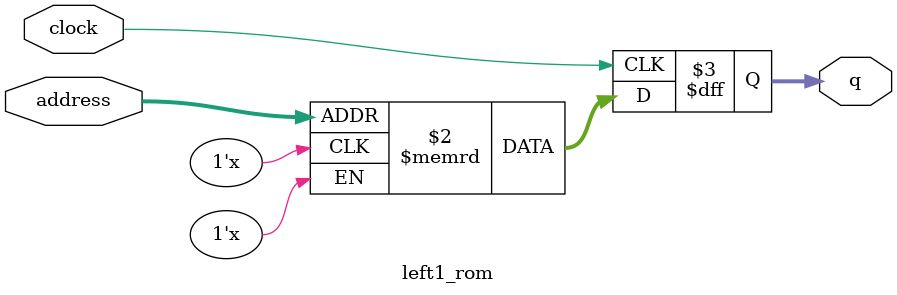
<source format=sv>
module left1_rom (
	input logic clock,
	input logic [9:0] address,
	output logic [3:0] q
);

logic [3:0] memory [0:1023] /* synthesis ram_init_file = "./left1/left1.mif" */;

always_ff @ (posedge clock) begin
	q <= memory[address];
end

endmodule

</source>
